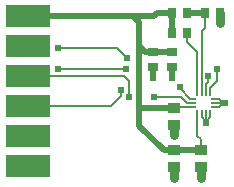
<source format=gtl>
G04 Layer_Physical_Order=1*
G04 Layer_Color=25308*
%FSLAX25Y25*%
%MOIN*%
G70*
G01*
G75*
%ADD10R,0.15000X0.07600*%
%ADD11R,0.03150X0.03740*%
%ADD12R,0.03740X0.03150*%
%ADD13R,0.04134X0.03740*%
%ADD14O,0.01378X0.00787*%
%ADD15O,0.00787X0.01378*%
%ADD16C,0.00600*%
%ADD17C,0.02000*%
%ADD18C,0.03000*%
%ADD19C,0.02400*%
D10*
X112500Y435000D02*
D03*
Y445000D02*
D03*
Y485000D02*
D03*
Y475000D02*
D03*
Y465000D02*
D03*
Y455000D02*
D03*
D11*
X165559Y479500D02*
D03*
X160441D02*
D03*
X165559Y486000D02*
D03*
X160441D02*
D03*
X176559D02*
D03*
X171441D02*
D03*
D12*
X160500Y467941D02*
D03*
Y473059D02*
D03*
X154000Y467941D02*
D03*
Y473059D02*
D03*
D13*
X161000Y454354D02*
D03*
Y448646D02*
D03*
X170000Y440354D02*
D03*
Y434646D02*
D03*
X161000Y440354D02*
D03*
Y434646D02*
D03*
D14*
X174150Y457378D02*
D03*
Y456000D02*
D03*
Y454622D02*
D03*
X167850D02*
D03*
Y456000D02*
D03*
Y457378D02*
D03*
D15*
X173067Y452850D02*
D03*
X171689D02*
D03*
X170311D02*
D03*
X168933D02*
D03*
Y459150D02*
D03*
X170311D02*
D03*
X171689D02*
D03*
X173067D02*
D03*
D16*
X140000Y455000D02*
X143500Y458500D01*
Y460500D01*
X171441Y481059D02*
Y486000D01*
X161268Y454622D02*
X167850D01*
X168933Y445067D02*
Y452850D01*
Y445067D02*
X170000Y444000D01*
Y440354D02*
Y444000D01*
X170311Y451189D02*
Y452850D01*
X171689Y449811D02*
Y452850D01*
X173067Y451189D02*
Y452850D01*
X170311Y451189D02*
X171689Y449811D01*
X173067Y451189D01*
X171689Y449189D02*
Y449811D01*
X174150Y457378D02*
X176122D01*
X177500Y456000D01*
X174150D02*
X177500D01*
X174150Y454622D02*
X176122D01*
X177500Y456000D01*
X178500D01*
X165559Y476441D02*
Y479500D01*
Y476441D02*
X168933Y473067D01*
Y459150D02*
Y473067D01*
X170311Y459150D02*
Y479929D01*
X171441Y481059D01*
X171689Y459150D02*
Y462189D01*
X172500Y463000D01*
Y465000D01*
X173067Y459150D02*
Y461067D01*
X175500Y463500D02*
Y467500D01*
X173067Y461067D02*
X175500Y463500D01*
X165500Y456000D02*
X167850D01*
X112500Y455000D02*
X140000D01*
X166622Y457378D02*
X167850D01*
X163000Y461000D02*
X166622Y457378D01*
X163000Y461000D02*
Y461250D01*
X142000Y474500D02*
X145500Y471000D01*
X122500Y474500D02*
X142000D01*
X146000Y458000D02*
Y463500D01*
X112500Y465000D02*
X144500D01*
X146000Y463500D01*
X163500Y458000D02*
X165500Y456000D01*
X154500Y458000D02*
X163500D01*
X122500Y467500D02*
X145000D01*
D17*
X165559Y486000D02*
X171441D01*
X161000Y440354D02*
X170000D01*
X149646Y454354D02*
X161000D01*
X160441Y479500D02*
Y486000D01*
X154500Y485000D02*
X155500Y486000D01*
X160441D01*
X157646Y440354D02*
X161000D01*
X149500Y448500D02*
X157646Y440354D01*
X147500Y485000D02*
X149500Y483000D01*
X112500Y485000D02*
X147500D01*
X154500D01*
X154000Y464500D02*
Y467941D01*
X160500Y464500D02*
Y467941D01*
X154000Y473059D02*
X160500D01*
X151441D02*
X154000D01*
X149500Y475000D02*
X151441Y473059D01*
X149500Y448500D02*
Y475000D01*
Y483000D01*
D18*
X161000Y431000D02*
Y434646D01*
X170000Y431000D02*
Y434646D01*
X161000Y445500D02*
Y448646D01*
X176559Y482559D02*
Y486000D01*
D19*
X143500Y460500D02*
D03*
X161000Y445500D02*
D03*
X170000Y431000D02*
D03*
X161000D02*
D03*
X176559Y482559D02*
D03*
X171689Y449189D02*
D03*
X178000Y456000D02*
D03*
X154000Y464500D02*
D03*
X172500Y465000D02*
D03*
X160500Y464500D02*
D03*
X175500Y467500D02*
D03*
X163000Y461250D02*
D03*
X122500Y474500D02*
D03*
X145500Y471000D02*
D03*
X122500Y467500D02*
D03*
X145000D02*
D03*
X154500Y458000D02*
D03*
X146000D02*
D03*
M02*

</source>
